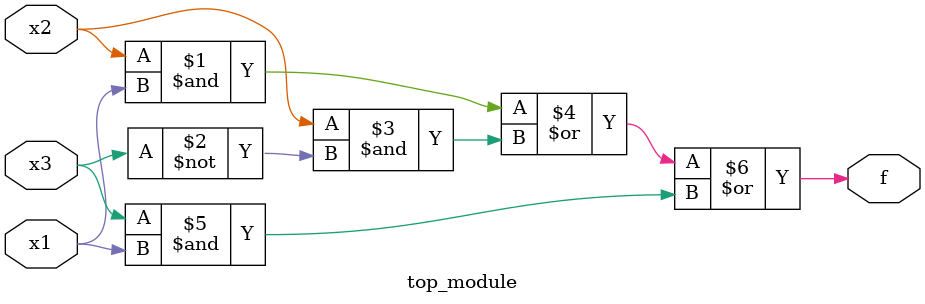
<source format=v>
module top_module( 
    input x3,
    input x2,
    input x1,  // three inputs
    output f   // one output
);
    assign f = x2&x1 | x2&~x3 | x3&x1;

endmodule
</source>
